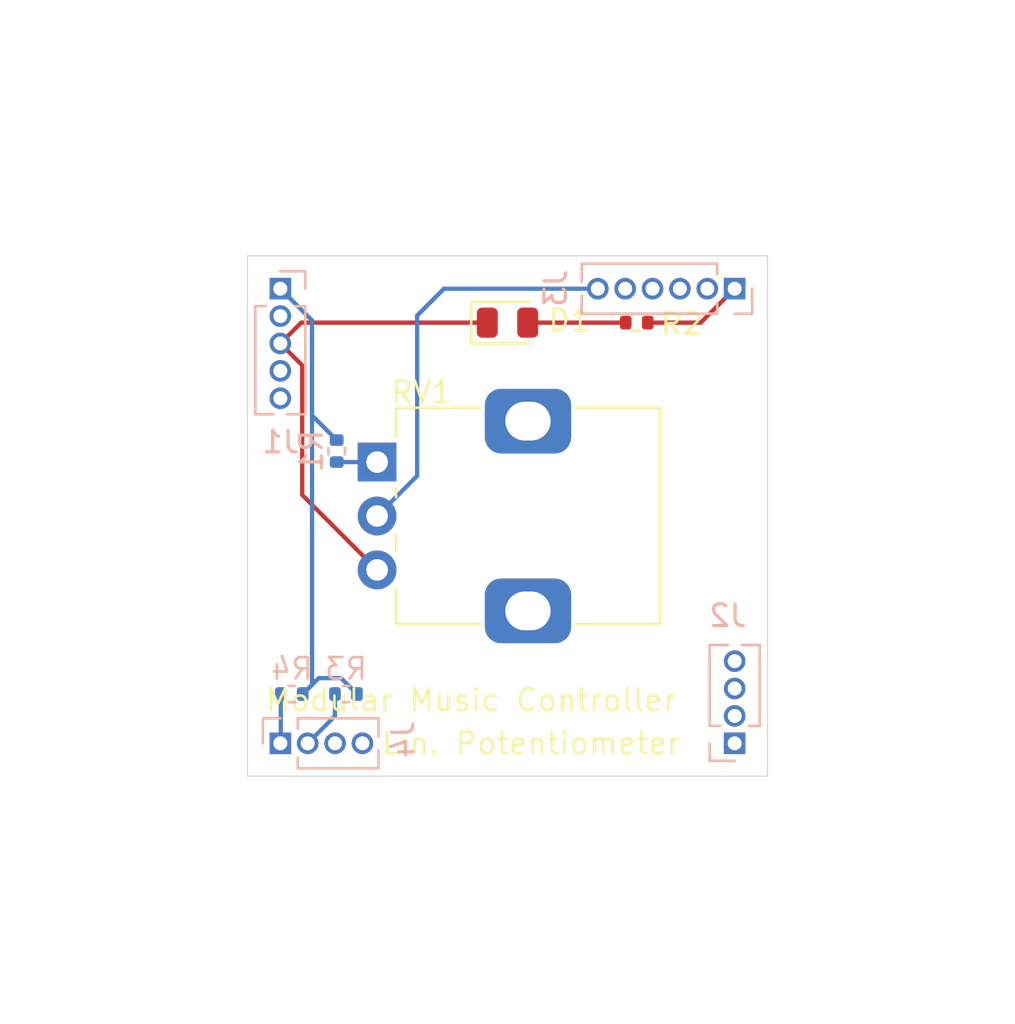
<source format=kicad_pcb>
(kicad_pcb (version 20241229) (generator "pcbnew") (generator_version "9.0")
  (title_block (title "Modular Music Controller / Block / Linear Potentiometer") (date "2025-12-03") (rev "1"))
  (layers (0 "F.Cu" signal) (2 "B.Cu" signal) (13 "F.Paste" user) (15 "B.Paste" user) (5 "F.SilkS" user "F.Silkscreen") (7 "B.SilkS" user "B.Silkscreen") (1 "F.Mask" user) (3 "B.Mask" user) (25 "Edge.Cuts" user))
  (net 0 "")
  (net 1 "GND")
  (net 2 "Net-(D1-A)")
  (net 3 "/SlotBus.Clock")
  (net 4 "/AREF")
  (net 5 "/+3.3V Digital")
  (net 6 "/SlotBus.Data")
  (net 7 "/Addr3")
  (net 8 "/Addr0")
  (net 9 "/Addr1")
  (net 10 "/Addr2")
  (net 11 "/B")
  (net 12 "/C")
  (net 13 "/LED")
  (net 14 "/A1")
  (net 15 "/A")
  (net 16 "/A0")
  (net 17 "/Typ3")
  (net 18 "/Typ0")
  (net 19 "/Typ1")
  (net 20 "/Typ2")
  (net 21 "Net-(R1-Pad2)")
  (footprint "LED_SMD:LED_0805_2012Metric" (layer "F.Cu") (at 139.065 104.6988)
    (property "Reference" "D1" (at 2.8725 -0.1016 0) (layer "F.SilkS") (effects (font (thickness 0.125))))
    (property "Value" "LED")
    (fp_line (start -1.685 -0.96) (end -1.685 0.96) (stroke (width 0.12)) (layer "F.SilkS"))
    (fp_line (start -1.685 0.96) (end 1 0.96) (stroke (width 0.12)) (layer "F.SilkS"))
    (fp_line (start 1 -0.96) (end -1.685 -0.96) (stroke (width 0.12)) (layer "F.SilkS"))
    (pad "1" smd roundrect (at -0.9375 0) (size 0.975 1.4) (layers "F.Cu" "F.Mask" "F.Paste") (net 1 "GND"))
    (pad "2" smd roundrect (at 0.9375 0) (size 0.975 1.4) (layers "F.Cu" "F.Mask" "F.Paste") (net 2 "Net-(D1-A)"))
  )
  (footprint "Potentiometer_THT:Potentiometer_Alps_RK09K_Single_Vertical" (layer "F.Cu") (at 133.015 111.165)
    (property "Reference" "RV1" (at 2.0622 -3.2404 0) (layer "F.SilkS") (effects (font (thickness 0.125))))
    (property "Value" "Alps Alpine RK09D1130A1N")
    (fp_line (start 0.88 -2.521) (end 0.88 -1.2) (stroke (width 0.12)) (layer "F.SilkS"))
    (fp_line (start 0.88 -2.521) (end 4.817 -2.521) (stroke (width 0.12)) (layer "F.SilkS"))
    (fp_line (start 0.88 1.25) (end 0.88 1.63) (stroke (width 0.12)) (layer "F.SilkS"))
    (fp_line (start 0.88 3.371) (end 0.88 4.13) (stroke (width 0.12)) (layer "F.SilkS"))
    (fp_line (start 0.88 5.87) (end 0.88 7.52) (stroke (width 0.12)) (layer "F.SilkS"))
    (fp_line (start 0.88 7.52) (end 4.817 7.52) (stroke (width 0.12)) (layer "F.SilkS"))
    (fp_line (start 9.184 -2.521) (end 13.12 -2.521) (stroke (width 0.12)) (layer "F.SilkS"))
    (fp_line (start 9.184 7.52) (end 13.12 7.52) (stroke (width 0.12)) (layer "F.SilkS"))
    (fp_line (start 13.12 -2.521) (end 13.12 7.52) (stroke (width 0.12)) (layer "F.SilkS"))
    (pad "1" thru_hole rect (at 0 0) (size 1.8 1.8) (drill 1) (layers "*.Cu" "*.Mask") (net 21 "Net-(R1-Pad2)"))
    (pad "2" thru_hole circle (at 0 2.5) (size 1.8 1.8) (drill 1) (layers "*.Cu" "*.Mask") (net 16 "/A0"))
    (pad "3" thru_hole circle (at 0 5) (size 1.8 1.8) (drill 1) (layers "*.Cu" "*.Mask") (net 1 "GND"))
    (pad "MP" thru_hole roundrect (at 7 -1.9) (size 4 3) (drill oval 2.1 1.8) (layers "*.Cu" "*.Mask"))
    (pad "MP" thru_hole roundrect (at 7 6.9) (size 4 3) (drill oval 2.1 1.8) (layers "*.Cu" "*.Mask"))
  )
  (footprint "Resistor_SMD:R_0402_1005Metric" (layer "F.Cu") (at 145.0614 104.6988 180)
    (property "Reference" "R2" (at -2.0828 -0.0508 180) (layer "F.SilkS") (effects (font (thickness 0.125))))
    (property "Value" "1k")
    (fp_line (start -0.153641 0.38) (end 0.153641 0.38) (stroke (width 0.12)) (layer "F.SilkS"))
    (fp_line (start -0.153641 -0.38) (end 0.153641 -0.38) (stroke (width 0.12)) (layer "F.SilkS"))
    (pad "1" smd roundrect (at -0.51 0 180) (size 0.54 0.64) (layers "F.Cu" "F.Mask" "F.Paste") (net 13 "/LED"))
    (pad "2" smd roundrect (at 0.51 0 180) (size 0.54 0.64) (layers "F.Cu" "F.Mask" "F.Paste") (net 2 "Net-(D1-A)"))
  )
  (footprint "Connector_PinHeader_1.27mm:PinHeader_1x04_P1.27mm_Vertical" (layer "B.Cu") (at 128.525 124.205 -90)
    (property "Reference" "J4" (at -0.1778 -5.6956 90) (layer "B.SilkS") (effects (justify mirror)))
    (property "Value" "Samtec MTMS-104-02-T-S-100")
    (fp_line (start -1.16 0.81) (end 0 0.81) (stroke (width 0.12)) (layer "B.SilkS"))
    (fp_line (start -1.16 0) (end -1.16 0.81) (stroke (width 0.12)) (layer "B.SilkS"))
    (fp_line (start -1.16 -0.81) (end -0.666708 -0.81) (stroke (width 0.12)) (layer "B.SilkS"))
    (fp_line (start -1.16 -0.81) (end -1.16 -4.555) (stroke (width 0.12)) (layer "B.SilkS"))
    (fp_line (start 0.666708 -0.81) (end 1.16 -0.81) (stroke (width 0.12)) (layer "B.SilkS"))
    (fp_line (start 1.16 -0.81) (end 1.16 -4.555) (stroke (width 0.12)) (layer "B.SilkS"))
    (fp_line (start -1.16 -4.555) (end -0.317923 -4.555) (stroke (width 0.12)) (layer "B.SilkS"))
    (fp_line (start 0.317923 -4.555) (end 1.16 -4.555) (stroke (width 0.12)) (layer "B.SilkS"))
    (pad "1" thru_hole rect (at 0 0 270) (size 1 1) (drill 0.65) (layers "*.Cu" "*.Mask") (net 18 "/Typ0"))
    (pad "2" thru_hole circle (at 0 -1.27 270) (size 1 1) (drill 0.65) (layers "*.Cu" "*.Mask") (net 19 "/Typ1"))
    (pad "3" thru_hole circle (at 0 -2.54 270) (size 1 1) (drill 0.65) (layers "*.Cu" "*.Mask") (net 20 "/Typ2"))
    (pad "4" thru_hole circle (at 0 -3.81 270) (size 1 1) (drill 0.65) (layers "*.Cu" "*.Mask") (net 17 "/Typ3"))
  )
  (footprint "Resistor_SMD:R_0402_1005Metric" (layer "B.Cu") (at 131.57 121.92 180)
    (property "Reference" "R3" (at 0 1.17 0) (layer "B.SilkS") (effects (font (thickness 0.125)) (justify mirror)))
    (property "Value" "1k")
    (fp_line (start -0.153641 0.38) (end 0.153641 0.38) (stroke (width 0.12)) (layer "B.SilkS"))
    (fp_line (start -0.153641 -0.38) (end 0.153641 -0.38) (stroke (width 0.12)) (layer "B.SilkS"))
    (pad "1" smd roundrect (at -0.51 0 180) (size 0.54 0.64) (layers "B.Cu" "B.Mask" "B.Paste") (net 5 "/+3.3V Digital"))
    (pad "2" smd roundrect (at 0.51 0 180) (size 0.54 0.64) (layers "B.Cu" "B.Mask" "B.Paste") (net 19 "/Typ1"))
  )
  (footprint "Resistor_SMD:R_0402_1005Metric" (layer "B.Cu") (at 131.1402 110.655 -90)
    (property "Reference" "R1" (at 0 1.17 90) (layer "B.SilkS") (effects (justify mirror)))
    (property "Value" "500")
    (fp_line (start -0.153641 0.38) (end 0.153641 0.38) (stroke (width 0.12)) (layer "B.SilkS"))
    (fp_line (start -0.153641 -0.38) (end 0.153641 -0.38) (stroke (width 0.12)) (layer "B.SilkS"))
    (pad "1" smd roundrect (at -0.51 0 270) (size 0.54 0.64) (layers "B.Cu" "B.Mask" "B.Paste") (net 5 "/+3.3V Digital"))
    (pad "2" smd roundrect (at 0.51 0 270) (size 0.54 0.64) (layers "B.Cu" "B.Mask" "B.Paste") (net 21 "Net-(R1-Pad2)"))
  )
  (footprint "Resistor_SMD:R_0402_1005Metric" (layer "B.Cu") (at 129.0554 121.92 180)
    (property "Reference" "R4" (at 0 1.17 0) (layer "B.SilkS") (effects (font (thickness 0.125)) (justify mirror)))
    (property "Value" "1k")
    (fp_line (start -0.153641 0.38) (end 0.153641 0.38) (stroke (width 0.12)) (layer "B.SilkS"))
    (fp_line (start -0.153641 -0.38) (end 0.153641 -0.38) (stroke (width 0.12)) (layer "B.SilkS"))
    (pad "1" smd roundrect (at -0.51 0 180) (size 0.54 0.64) (layers "B.Cu" "B.Mask" "B.Paste") (net 5 "/+3.3V Digital"))
    (pad "2" smd roundrect (at 0.51 0 180) (size 0.54 0.64) (layers "B.Cu" "B.Mask" "B.Paste") (net 18 "/Typ0"))
  )
  (footprint "Connector_PinHeader_1.27mm:PinHeader_1x04_P1.27mm_Vertical" (layer "B.Cu") (at 149.605 124.205)
    (property "Reference" "J2" (at -0.317923 -5.9182 0) (layer "B.SilkS") (effects (justify mirror)))
    (property "Value" "Samtec MTMS-104-02-T-S-100")
    (fp_line (start -1.16 -4.555) (end -0.317923 -4.555) (stroke (width 0.12)) (layer "B.SilkS"))
    (fp_line (start -1.16 -0.81) (end -1.16 -4.555) (stroke (width 0.12)) (layer "B.SilkS"))
    (fp_line (start -1.16 -0.81) (end -0.666708 -0.81) (stroke (width 0.12)) (layer "B.SilkS"))
    (fp_line (start -1.16 0) (end -1.16 0.81) (stroke (width 0.12)) (layer "B.SilkS"))
    (fp_line (start -1.16 0.81) (end 0 0.81) (stroke (width 0.12)) (layer "B.SilkS"))
    (fp_line (start 0.317923 -4.555) (end 1.16 -4.555) (stroke (width 0.12)) (layer "B.SilkS"))
    (fp_line (start 0.666708 -0.81) (end 1.16 -0.81) (stroke (width 0.12)) (layer "B.SilkS"))
    (fp_line (start 1.16 -0.81) (end 1.16 -4.555) (stroke (width 0.12)) (layer "B.SilkS"))
    (pad "1" thru_hole rect (at 0 0) (size 1 1) (drill 0.65) (layers "*.Cu" "*.Mask") (net 8 "/Addr0"))
    (pad "2" thru_hole circle (at 0 -1.27) (size 1 1) (drill 0.65) (layers "*.Cu" "*.Mask") (net 9 "/Addr1"))
    (pad "3" thru_hole circle (at 0 -2.54) (size 1 1) (drill 0.65) (layers "*.Cu" "*.Mask") (net 10 "/Addr2"))
    (pad "4" thru_hole circle (at 0 -3.81) (size 1 1) (drill 0.65) (layers "*.Cu" "*.Mask") (net 7 "/Addr3"))
  )
  (footprint "Connector_PinHeader_1.27mm:PinHeader_1x05_P1.27mm_Vertical" (layer "B.Cu") (at 128.525 103.125 180)
    (property "Reference" "J1" (at -0.0254 -7.112 180) (layer "B.SilkS") (effects (justify mirror)))
    (property "Value" "Samtec MTMS-105-02-T-S-100")
    (fp_line (start 1.16 -0.81) (end 1.16 -5.825) (stroke (width 0.12)) (layer "B.SilkS"))
    (fp_line (start 0.666708 -0.81) (end 1.16 -0.81) (stroke (width 0.12)) (layer "B.SilkS"))
    (fp_line (start 0.317923 -5.825) (end 1.16 -5.825) (stroke (width 0.12)) (layer "B.SilkS"))
    (fp_line (start -1.16 0.81) (end 0 0.81) (stroke (width 0.12)) (layer "B.SilkS"))
    (fp_line (start -1.16 0) (end -1.16 0.81) (stroke (width 0.12)) (layer "B.SilkS"))
    (fp_line (start -1.16 -0.81) (end -0.666708 -0.81) (stroke (width 0.12)) (layer "B.SilkS"))
    (fp_line (start -1.16 -0.81) (end -1.16 -5.825) (stroke (width 0.12)) (layer "B.SilkS"))
    (fp_line (start -1.16 -5.825) (end -0.317923 -5.825) (stroke (width 0.12)) (layer "B.SilkS"))
    (pad "1" thru_hole rect (at 0 0 180) (size 1 1) (drill 0.65) (layers "*.Cu" "*.Mask") (net 5 "/+3.3V Digital"))
    (pad "2" thru_hole circle (at 0 -1.27 180) (size 1 1) (drill 0.65) (layers "*.Cu" "*.Mask") (net 4 "/AREF"))
    (pad "3" thru_hole circle (at 0 -2.54 180) (size 1 1) (drill 0.65) (layers "*.Cu" "*.Mask") (net 1 "GND"))
    (pad "4" thru_hole circle (at 0 -3.81 180) (size 1 1) (drill 0.65) (layers "*.Cu" "*.Mask") (net 6 "/SlotBus.Data"))
    (pad "5" thru_hole circle (at 0 -5.08 180) (size 1 1) (drill 0.65) (layers "*.Cu" "*.Mask") (net 3 "/SlotBus.Clock"))
  )
  (footprint "Connector_PinHeader_1.27mm:PinHeader_1x06_P1.27mm_Vertical" (layer "B.Cu") (at 149.605 103.125 90)
    (property "Reference" "J3" (at 0.0254 -8.3058 90) (layer "B.SilkS") (effects (justify mirror)))
    (property "Value" "Samtec  MTMS-106-02-T-S-100")
    (fp_line (start 0.317923 -7.095) (end 1.16 -7.095) (stroke (width 0.12)) (layer "B.SilkS"))
    (fp_line (start -1.16 -7.095) (end -0.317923 -7.095) (stroke (width 0.12)) (layer "B.SilkS"))
    (fp_line (start 1.16 -0.81) (end 1.16 -7.095) (stroke (width 0.12)) (layer "B.SilkS"))
    (fp_line (start 0.666708 -0.81) (end 1.16 -0.81) (stroke (width 0.12)) (layer "B.SilkS"))
    (fp_line (start -1.16 -0.81) (end -1.16 -7.095) (stroke (width 0.12)) (layer "B.SilkS"))
    (fp_line (start -1.16 -0.81) (end -0.666708 -0.81) (stroke (width 0.12)) (layer "B.SilkS"))
    (fp_line (start -1.16 0) (end -1.16 0.81) (stroke (width 0.12)) (layer "B.SilkS"))
    (fp_line (start -1.16 0.81) (end 0 0.81) (stroke (width 0.12)) (layer "B.SilkS"))
    (pad "1" thru_hole rect (at 0 0 90) (size 1 1) (drill 0.65) (layers "*.Cu" "*.Mask") (net 13 "/LED"))
    (pad "2" thru_hole circle (at 0 -1.27 90) (size 1 1) (drill 0.65) (layers "*.Cu" "*.Mask") (net 12 "/C"))
    (pad "3" thru_hole circle (at 0 -2.54 90) (size 1 1) (drill 0.65) (layers "*.Cu" "*.Mask") (net 11 "/B"))
    (pad "4" thru_hole circle (at 0 -3.81 90) (size 1 1) (drill 0.65) (layers "*.Cu" "*.Mask") (net 15 "/A"))
    (pad "5" thru_hole circle (at 0 -5.08 90) (size 1 1) (drill 0.65) (layers "*.Cu" "*.Mask") (net 14 "/A1"))
    (pad "6" thru_hole circle (at 0 -6.35 90) (size 1 1) (drill 0.65) (layers "*.Cu" "*.Mask") (net 16 "/A0"))
  )
  (gr_rect (start 127 101.6) (end 151.13 125.73) (stroke (width 0.05)) (fill no) (layer "Edge.Cuts"))
  (gr_text "Lin. Potentiometer" (at 133.1468 124.205 0) (layer "F.SilkS") (effects (font (size 1 1) (thickness 0.125)) (justify left)))
  (gr_text "Modular Music Controller" (at 127.762 121.6152 0) (layer "F.SilkS") (effects (font (size 1 1) (thickness 0.125)) (justify left top)))
  (segment (start 129.54 112.69) (end 129.54 106.68) (width 0.2) (layer "F.Cu") (net 1))
  (segment (start 133.015 116.165) (end 129.54 112.69) (width 0.2) (layer "F.Cu") (net 1))
  (segment (start 129.4912 104.6988) (end 128.525 105.665) (width 0.2) (layer "F.Cu") (net 1))
  (segment (start 138.1275 104.6988) (end 129.4912 104.6988) (width 0.2) (layer "F.Cu") (net 1))
  (segment (start 129.54 106.68) (end 128.525 105.665) (width 0.2) (layer "F.Cu") (net 1))
  (segment (start 140.0025 104.6988) (end 144.5514 104.6988) (width 0.2) (layer "F.Cu") (net 2))
  (segment (start 129.9972 109.002) (end 129.9972 104.5972) (width 0.2) (layer "B.Cu") (net 5))
  (segment (start 129.5654 121.92) (end 129.9972 121.4882) (width 0.2) (layer "B.Cu") (net 5))
  (segment (start 131.3434 121.1834) (end 130.302 121.1834) (width 0.2) (layer "B.Cu") (net 5))
  (segment (start 132.08 121.92) (end 131.3434 121.1834) (width 0.2) (layer "B.Cu") (net 5))
  (segment (start 130.302 121.1834) (end 129.5654 121.92) (width 0.2) (layer "B.Cu") (net 5))
  (segment (start 129.9972 104.5972) (end 128.525 103.125) (width 0.2) (layer "B.Cu") (net 5))
  (segment (start 129.9972 121.4882) (end 129.9972 104.5972) (width 0.2) (layer "B.Cu") (net 5))
  (segment (start 131.1402 110.145) (end 129.9972 109.002) (width 0.2) (layer "B.Cu") (net 5))
  (segment (start 145.5714 104.6988) (end 148.0312 104.6988) (width 0.2) (layer "F.Cu") (net 13))
  (segment (start 148.0312 104.6988) (end 149.605 103.125) (width 0.2) (layer "F.Cu") (net 13))
  (segment (start 134.874 111.806) (end 134.874 104.3686) (width 0.2) (layer "B.Cu") (net 16))
  (segment (start 136.1176 103.125) (end 143.255 103.125) (width 0.2) (layer "B.Cu") (net 16))
  (segment (start 133.015 113.665) (end 134.874 111.806) (width 0.2) (layer "B.Cu") (net 16))
  (segment (start 134.874 104.3686) (end 136.1176 103.125) (width 0.2) (layer "B.Cu") (net 16))
  (segment (start 128.5454 124.1846) (end 128.525 124.205) (width 0.2) (layer "B.Cu") (net 18))
  (segment (start 128.5454 121.92) (end 128.5454 124.1846) (width 0.2) (layer "B.Cu") (net 18))
  (segment (start 131.06 122.94) (end 129.795 124.205) (width 0.2) (layer "B.Cu") (net 19))
  (segment (start 131.06 121.92) (end 131.06 122.94) (width 0.2) (layer "B.Cu") (net 19))
  (segment (start 133.015 111.165) (end 131.1402 111.165) (width 0.2) (layer "B.Cu") (net 21))
)
</source>
